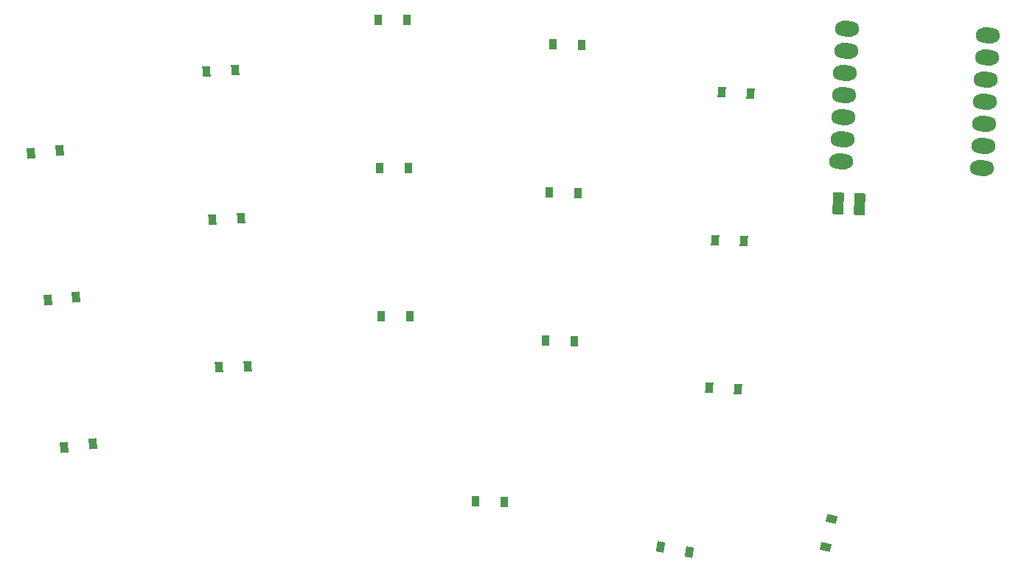
<source format=gbr>
%TF.GenerationSoftware,KiCad,Pcbnew,7.0.8*%
%TF.CreationDate,2023-11-06T14:18:33+01:00*%
%TF.ProjectId,goose_choc_routing,676f6f73-655f-4636-986f-635f726f7574,v1.0.0*%
%TF.SameCoordinates,Original*%
%TF.FileFunction,Paste,Bot*%
%TF.FilePolarity,Positive*%
%FSLAX46Y46*%
G04 Gerber Fmt 4.6, Leading zero omitted, Abs format (unit mm)*
G04 Created by KiCad (PCBNEW 7.0.8) date 2023-11-06 14:18:33*
%MOMM*%
%LPD*%
G01*
G04 APERTURE LIST*
G04 Aperture macros list*
%AMHorizOval*
0 Thick line with rounded ends*
0 $1 width*
0 $2 $3 position (X,Y) of the first rounded end (center of the circle)*
0 $4 $5 position (X,Y) of the second rounded end (center of the circle)*
0 Add line between two ends*
20,1,$1,$2,$3,$4,$5,0*
0 Add two circle primitives to create the rounded ends*
1,1,$1,$2,$3*
1,1,$1,$4,$5*%
%AMRotRect*
0 Rectangle, with rotation*
0 The origin of the aperture is its center*
0 $1 length*
0 $2 width*
0 $3 Rotation angle, in degrees counterclockwise*
0 Add horizontal line*
21,1,$1,$2,0,0,$3*%
G04 Aperture macros list end*
%ADD10RotRect,1.250000X2.500000X357.500000*%
%ADD11RotRect,0.900000X1.200000X177.500000*%
%ADD12RotRect,0.900000X1.200000X178.500000*%
%ADD13RotRect,0.900000X1.200000X170.500000*%
%ADD14RotRect,0.900000X1.200000X77.500000*%
%ADD15RotRect,0.900000X1.200000X180.500000*%
%ADD16RotRect,0.900000X1.200000X182.500000*%
%ADD17RotRect,0.900000X1.200000X186.500000*%
%ADD18HorizOval,1.800000X0.474548X-0.020719X-0.474548X0.020719X0*%
%ADD19HorizOval,1.800000X-0.474548X0.020719X0.474548X-0.020719X0*%
G04 APERTURE END LIST*
D10*
%TO.C,PAD1*%
X265374349Y-127046601D03*
X267871969Y-127155649D03*
%TD*%
D11*
%TO.C,Di14*%
X254575071Y-131379658D03*
X251278211Y-131235714D03*
%TD*%
%TO.C,Di13*%
X253833527Y-148363484D03*
X250536667Y-148219540D03*
%TD*%
D12*
%TO.C,Di12*%
X235940439Y-108853446D03*
X232641569Y-108767062D03*
%TD*%
D11*
%TO.C,Di15*%
X255316600Y-114395848D03*
X252019740Y-114251904D03*
%TD*%
D13*
%TO.C,Di17*%
X248237954Y-167054488D03*
X244983212Y-166509830D03*
%TD*%
D12*
%TO.C,Di16*%
X227011304Y-161312659D03*
X223712434Y-161226275D03*
%TD*%
D14*
%TO.C,Di18*%
X263907558Y-166457318D03*
X264621808Y-163235542D03*
%TD*%
D12*
%TO.C,Di11*%
X235495432Y-125847628D03*
X232196562Y-125761244D03*
%TD*%
%TO.C,Di10*%
X235050429Y-142841790D03*
X231751559Y-142755406D03*
%TD*%
D15*
%TO.C,Di9*%
X215885827Y-105952789D03*
X212585953Y-105981587D03*
%TD*%
%TO.C,Di8*%
X216034176Y-122952151D03*
X212734302Y-122980949D03*
%TD*%
%TO.C,Di7*%
X216182536Y-139951488D03*
X212882662Y-139980286D03*
%TD*%
D16*
%TO.C,Di5*%
X196832704Y-128730003D03*
X193535844Y-128873947D03*
%TD*%
%TO.C,Di4*%
X197574223Y-145713817D03*
X194277363Y-145857761D03*
%TD*%
D17*
%TO.C,Di1*%
X179792865Y-154680222D03*
X176514077Y-155053792D03*
%TD*%
%TO.C,Di2*%
X177868423Y-137789507D03*
X174589635Y-138163077D03*
%TD*%
%TO.C,Di3*%
X175943968Y-120898784D03*
X172665180Y-121272354D03*
%TD*%
D16*
%TO.C,Di6*%
X196091169Y-111746179D03*
X192794309Y-111890123D03*
%TD*%
D18*
%TO.C,MCU1*%
X282574941Y-107708471D03*
X282464148Y-110246053D03*
X282353355Y-112783636D03*
X282242562Y-115321218D03*
X282131768Y-117858801D03*
X282020975Y-120396383D03*
X281910182Y-122933966D03*
D19*
X265735591Y-122227768D03*
X265846384Y-119690186D03*
X265957177Y-117152603D03*
X266067971Y-114615021D03*
X266178764Y-112077438D03*
X266289557Y-109539856D03*
X266400350Y-107002273D03*
%TD*%
M02*

</source>
